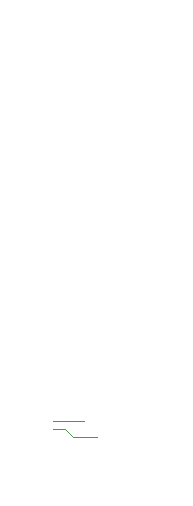
<source format=gbs>
G04*
G04 #@! TF.GenerationSoftware,Altium Limited,Altium Designer,19.1.8 (144)*
G04*
G04 Layer_Color=16711935*
%FSLAX44Y44*%
%MOMM*%
G71*
G01*
G75*
D35*
X48876Y66403D02*
X74942D01*
X65353Y53100D02*
X85668D01*
X58550Y59903D02*
X65353Y53100D01*
X48876Y59903D02*
X58550D01*
D36*
X29323Y348332D02*
D03*
Y335832D02*
D03*
Y323333D02*
D03*
X39323D02*
D03*
Y335832D02*
D03*
Y348332D02*
D03*
D37*
X111042Y384347D02*
D03*
X85642D02*
D03*
X60243D02*
D03*
X111042Y409747D02*
D03*
X85642D02*
D03*
X60243D02*
D03*
X163620Y386416D02*
D03*
Y361016D02*
D03*
Y335616D02*
D03*
Y310216D02*
D03*
Y284816D02*
D03*
Y259416D02*
D03*
Y234016D02*
D03*
Y208616D02*
D03*
Y183216D02*
D03*
Y157816D02*
D03*
Y132416D02*
D03*
Y107016D02*
D03*
Y81616D02*
D03*
Y56216D02*
D03*
Y30816D02*
D03*
X7664Y386416D02*
D03*
Y361016D02*
D03*
Y335616D02*
D03*
Y310216D02*
D03*
Y284816D02*
D03*
Y259416D02*
D03*
Y234016D02*
D03*
Y208616D02*
D03*
Y183216D02*
D03*
Y157816D02*
D03*
Y132416D02*
D03*
Y107016D02*
D03*
Y81616D02*
D03*
Y56216D02*
D03*
Y30816D02*
D03*
D38*
X60642Y34588D02*
D03*
X110643D02*
D03*
D39*
X50642Y7588D02*
D03*
X120643D02*
D03*
D40*
X28747Y53384D02*
D03*
X72943Y22143D02*
D03*
X81946Y59399D02*
D03*
X128822Y296208D02*
D03*
X25952Y307892D02*
D03*
X69894Y303067D02*
D03*
X83864Y180702D02*
D03*
X83864Y162351D02*
D03*
X83357Y148126D02*
D03*
X35096Y213405D02*
D03*
X61259Y173780D02*
D03*
X68878Y184702D02*
D03*
X134918Y112821D02*
D03*
X104692Y163113D02*
D03*
X34843Y226612D02*
D03*
X97326Y269538D02*
D03*
X86404Y64560D02*
D03*
X85668Y53100D02*
D03*
X81833Y256331D02*
D03*
X142793Y224046D02*
D03*
X104692Y178353D02*
D03*
Y170732D02*
D03*
X105027Y189783D02*
D03*
X107867Y96516D02*
D03*
X35791Y234059D02*
D03*
X41448Y241781D02*
D03*
X50996Y248131D02*
D03*
X107867Y129079D02*
D03*
X68116Y91490D02*
D03*
X101961D02*
D03*
X68729Y105403D02*
D03*
X61134Y112126D02*
D03*
X144046Y149046D02*
D03*
X142793Y140253D02*
D03*
X112211Y246535D02*
D03*
X124180Y238498D02*
D03*
X105830Y242173D02*
D03*
X65979D02*
D03*
X140506Y36672D02*
D03*
D41*
X138177Y388788D02*
D03*
X81833Y198927D02*
D03*
X88945Y77260D02*
D03*
X133903Y48305D02*
D03*
X134664Y265474D02*
D03*
X129838Y220263D02*
D03*
D53*
X48876Y144402D02*
D03*
Y137902D02*
D03*
Y131403D02*
D03*
Y124902D02*
D03*
Y118402D02*
D03*
Y111903D02*
D03*
Y105403D02*
D03*
Y98902D02*
D03*
Y92402D02*
D03*
Y85903D02*
D03*
Y79403D02*
D03*
Y72902D02*
D03*
Y59903D02*
D03*
X119869D02*
D03*
Y66403D02*
D03*
Y72902D02*
D03*
Y79403D02*
D03*
Y85903D02*
D03*
Y92402D02*
D03*
Y98902D02*
D03*
Y105403D02*
D03*
Y111903D02*
D03*
Y118402D02*
D03*
Y124902D02*
D03*
Y131403D02*
D03*
Y137902D02*
D03*
Y144402D02*
D03*
D60*
X33319Y23769D02*
D03*
Y4768D02*
D03*
X140506Y23769D02*
D03*
Y4768D02*
D03*
X119766Y173716D02*
D03*
Y192716D02*
D03*
D61*
X48876Y66403D02*
D03*
D62*
X95766Y212498D02*
D03*
X103766D02*
D03*
X111766D02*
D03*
X119766D02*
D03*
X95766Y224944D02*
D03*
X103766D02*
D03*
X111766D02*
D03*
X119766D02*
D03*
X77133D02*
D03*
X69132D02*
D03*
X61132D02*
D03*
X53133D02*
D03*
X77133Y212498D02*
D03*
X69132D02*
D03*
X61132D02*
D03*
X53133D02*
D03*
D63*
X39312Y290112D02*
D03*
X58313D02*
D03*
D64*
X97502Y358350D02*
D03*
Y335490D02*
D03*
Y312630D02*
D03*
D65*
X34510Y335744D02*
D03*
D66*
X127552Y312630D02*
D03*
Y285130D02*
D03*
X136442Y385583D02*
D03*
Y413083D02*
D03*
X34843Y385583D02*
D03*
Y413083D02*
D03*
D67*
X80002Y290112D02*
D03*
X97502D02*
D03*
M02*

</source>
